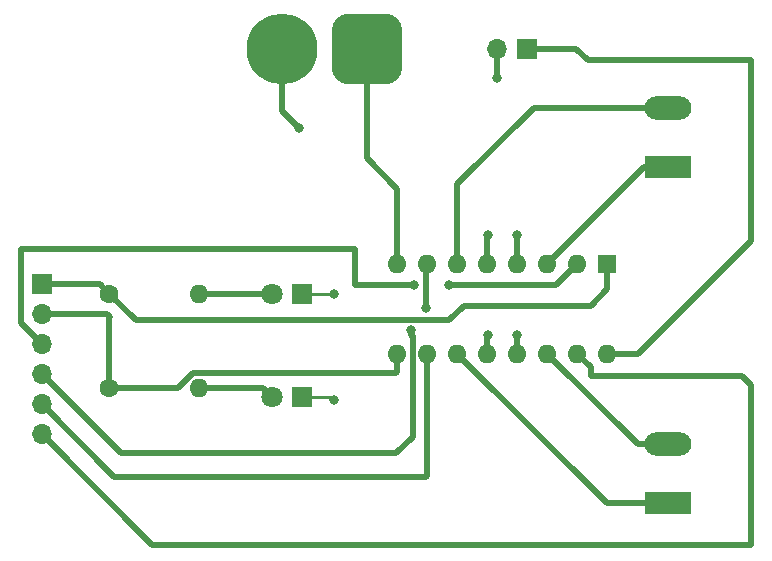
<source format=gbr>
%TF.GenerationSoftware,KiCad,Pcbnew,(6.0.4)*%
%TF.CreationDate,2022-08-23T18:09:03-07:00*%
%TF.ProjectId,RaspiCar_PCB1,52617370-6943-4617-925f-504342312e6b,rev?*%
%TF.SameCoordinates,Original*%
%TF.FileFunction,Copper,L1,Top*%
%TF.FilePolarity,Positive*%
%FSLAX46Y46*%
G04 Gerber Fmt 4.6, Leading zero omitted, Abs format (unit mm)*
G04 Created by KiCad (PCBNEW (6.0.4)) date 2022-08-23 18:09:03*
%MOMM*%
%LPD*%
G01*
G04 APERTURE LIST*
G04 Aperture macros list*
%AMRoundRect*
0 Rectangle with rounded corners*
0 $1 Rounding radius*
0 $2 $3 $4 $5 $6 $7 $8 $9 X,Y pos of 4 corners*
0 Add a 4 corners polygon primitive as box body*
4,1,4,$2,$3,$4,$5,$6,$7,$8,$9,$2,$3,0*
0 Add four circle primitives for the rounded corners*
1,1,$1+$1,$2,$3*
1,1,$1+$1,$4,$5*
1,1,$1+$1,$6,$7*
1,1,$1+$1,$8,$9*
0 Add four rect primitives between the rounded corners*
20,1,$1+$1,$2,$3,$4,$5,0*
20,1,$1+$1,$4,$5,$6,$7,0*
20,1,$1+$1,$6,$7,$8,$9,0*
20,1,$1+$1,$8,$9,$2,$3,0*%
G04 Aperture macros list end*
%TA.AperFunction,ComponentPad*%
%ADD10RoundRect,1.500000X1.500000X1.500000X-1.500000X1.500000X-1.500000X-1.500000X1.500000X-1.500000X0*%
%TD*%
%TA.AperFunction,ComponentPad*%
%ADD11C,6.000000*%
%TD*%
%TA.AperFunction,ComponentPad*%
%ADD12R,1.800000X1.800000*%
%TD*%
%TA.AperFunction,ComponentPad*%
%ADD13C,1.800000*%
%TD*%
%TA.AperFunction,ComponentPad*%
%ADD14C,1.600000*%
%TD*%
%TA.AperFunction,ComponentPad*%
%ADD15O,1.600000X1.600000*%
%TD*%
%TA.AperFunction,ComponentPad*%
%ADD16O,1.700000X1.700000*%
%TD*%
%TA.AperFunction,ComponentPad*%
%ADD17R,1.700000X1.700000*%
%TD*%
%TA.AperFunction,ComponentPad*%
%ADD18R,3.960000X1.980000*%
%TD*%
%TA.AperFunction,ComponentPad*%
%ADD19O,3.960000X1.980000*%
%TD*%
%TA.AperFunction,ComponentPad*%
%ADD20R,1.600000X1.600000*%
%TD*%
%TA.AperFunction,ViaPad*%
%ADD21C,0.800000*%
%TD*%
%TA.AperFunction,Conductor*%
%ADD22C,0.500000*%
%TD*%
%TA.AperFunction,Conductor*%
%ADD23C,0.250000*%
%TD*%
G04 APERTURE END LIST*
D10*
%TO.P,PWR_GND,1,Pin_1*%
%TO.N,+7.5V*%
X175750000Y-78250000D03*
D11*
%TO.P,PWR_GND,2,Pin_2*%
%TO.N,GND*%
X168550000Y-78250000D03*
%TD*%
D12*
%TO.P,LED1,1,K*%
%TO.N,GND*%
X170275000Y-99000000D03*
D13*
%TO.P,LED1,2,A*%
%TO.N,Net-(LED1-Pad2)*%
X167735000Y-99000000D03*
%TD*%
D14*
%TO.P,R1,1*%
%TO.N,Net-(L293D1-Pad1)*%
X153940000Y-99000000D03*
D15*
%TO.P,R1,2*%
%TO.N,Net-(LED1-Pad2)*%
X161560000Y-99000000D03*
%TD*%
D16*
%TO.P,Raspi_Logic,6,Pin_6*%
%TO.N,Net-(L293D1-Pad15)*%
X148250000Y-110910000D03*
%TO.P,Raspi_Logic,5,Pin_5*%
%TO.N,Net-(L293D1-Pad10)*%
X148250000Y-108370000D03*
%TO.P,Raspi_Logic,4,Pin_4*%
%TO.N,Net-(L293D1-Pad7)*%
X148250000Y-105830000D03*
%TO.P,Raspi_Logic,3,Pin_3*%
%TO.N,Net-(L293D1-Pad2)*%
X148250000Y-103290000D03*
%TO.P,Raspi_Logic,2,Pin_2*%
%TO.N,Net-(L293D1-Pad9)*%
X148250000Y-100750000D03*
D17*
%TO.P,Raspi_Logic,1,Pin_1*%
%TO.N,Net-(L293D1-Pad1)*%
X148250000Y-98210000D03*
%TD*%
D18*
%TO.P,Motor_1,1,Pin_1*%
%TO.N,Net-(L293D1-Pad3)*%
X201250000Y-88265000D03*
D19*
%TO.P,Motor_1,2,Pin_2*%
%TO.N,Net-(L293D1-Pad6)*%
X201250000Y-83265000D03*
%TD*%
D14*
%TO.P,R2,1*%
%TO.N,Net-(L293D1-Pad9)*%
X153940000Y-107000000D03*
D15*
%TO.P,R2,2*%
%TO.N,Net-(LED2-Pad2)*%
X161560000Y-107000000D03*
%TD*%
D18*
%TO.P,Motor_2,1,Pin_1*%
%TO.N,Net-(L293D1-Pad11)*%
X201250000Y-116750000D03*
D19*
%TO.P,Motor_2,2,Pin_2*%
%TO.N,Net-(L293D1-Pad14)*%
X201250000Y-111750000D03*
%TD*%
D12*
%TO.P,LED2,1,K*%
%TO.N,GND*%
X170250000Y-107750000D03*
D13*
%TO.P,LED2,2,A*%
%TO.N,Net-(LED2-Pad2)*%
X167710000Y-107750000D03*
%TD*%
D20*
%TO.P,L293D,1,EN1\u002C2*%
%TO.N,Net-(L293D1-Pad1)*%
X196125000Y-96450000D03*
D15*
%TO.P,L293D,2,1A*%
%TO.N,Net-(L293D1-Pad2)*%
X193585000Y-96450000D03*
%TO.P,L293D,3,1Y*%
%TO.N,Net-(L293D1-Pad3)*%
X191045000Y-96450000D03*
%TO.P,L293D,4,GND*%
%TO.N,GND*%
X188505000Y-96450000D03*
%TO.P,L293D,5,GND*%
X185965000Y-96450000D03*
%TO.P,L293D,6,2Y*%
%TO.N,Net-(L293D1-Pad6)*%
X183425000Y-96450000D03*
%TO.P,L293D,7,2A*%
%TO.N,Net-(L293D1-Pad7)*%
X180885000Y-96450000D03*
%TO.P,L293D,8,VCC2*%
%TO.N,+7.5V*%
X178345000Y-96450000D03*
%TO.P,L293D,9,EN3\u002C4*%
%TO.N,Net-(L293D1-Pad9)*%
X178345000Y-104070000D03*
%TO.P,L293D,10,3A*%
%TO.N,Net-(L293D1-Pad10)*%
X180885000Y-104070000D03*
%TO.P,L293D,11,3Y*%
%TO.N,Net-(L293D1-Pad11)*%
X183425000Y-104070000D03*
%TO.P,L293D,12,GND*%
%TO.N,GND*%
X185965000Y-104070000D03*
%TO.P,L293D,13,GND*%
X188505000Y-104070000D03*
%TO.P,L293D,14,4Y*%
%TO.N,Net-(L293D1-Pad14)*%
X191045000Y-104070000D03*
%TO.P,L293D,15,4A*%
%TO.N,Net-(L293D1-Pad15)*%
X193585000Y-104070000D03*
%TO.P,L293D,16,VCC1*%
%TO.N,+5V*%
X196125000Y-104070000D03*
%TD*%
D17*
%TO.P,Raspi_PWR,1,Pin_1*%
%TO.N,+5V*%
X189275000Y-78250000D03*
D16*
%TO.P,Raspi_PWR,2,Pin_2*%
%TO.N,GND*%
X186735000Y-78250000D03*
%TD*%
D21*
%TO.N,GND*%
X173000000Y-99000000D03*
X173000000Y-108000000D03*
X186000000Y-102500000D03*
X170000000Y-85000000D03*
X188500000Y-102500000D03*
X186000000Y-94000000D03*
X186750000Y-80750000D03*
X188500000Y-94000000D03*
%TO.N,Net-(L293D1-Pad2)*%
X182750000Y-98250000D03*
X179750000Y-98250000D03*
%TO.N,Net-(L293D1-Pad7)*%
X180750000Y-100250000D03*
X179500000Y-102099500D03*
%TD*%
D22*
%TO.N,Net-(L293D1-Pad2)*%
X146500000Y-101500000D02*
X146950489Y-101950489D01*
X146500000Y-95250000D02*
X146500000Y-101500000D01*
%TO.N,Net-(L293D1-Pad9)*%
X154000000Y-101000000D02*
X153940000Y-101060000D01*
X153750000Y-100750000D02*
X154000000Y-101000000D01*
X148250000Y-100750000D02*
X153750000Y-100750000D01*
X153940000Y-101060000D02*
X153940000Y-107000000D01*
%TO.N,Net-(L293D1-Pad7)*%
X154920000Y-112500000D02*
X148250000Y-105830000D01*
D23*
%TO.N,GND*%
X170275000Y-99000000D02*
X173000000Y-99000000D01*
X172750000Y-107750000D02*
X173000000Y-108000000D01*
X170250000Y-107750000D02*
X172750000Y-107750000D01*
D22*
X188505000Y-94005000D02*
X188500000Y-94000000D01*
X185965000Y-104070000D02*
X185965000Y-102535000D01*
X186735000Y-80735000D02*
X186750000Y-80750000D01*
X186735000Y-78250000D02*
X186735000Y-80735000D01*
X168550000Y-83550000D02*
X170000000Y-85000000D01*
X185965000Y-102535000D02*
X186000000Y-102500000D01*
X186000000Y-94000000D02*
X185965000Y-94035000D01*
X185965000Y-94035000D02*
X185965000Y-96450000D01*
X188505000Y-96450000D02*
X188505000Y-94005000D01*
X168550000Y-78250000D02*
X168550000Y-83550000D01*
X188505000Y-104070000D02*
X188505000Y-102505000D01*
X188505000Y-102505000D02*
X188500000Y-102500000D01*
%TO.N,+7.5V*%
X178345000Y-90095000D02*
X175750000Y-87500000D01*
X178345000Y-96450000D02*
X178345000Y-90095000D01*
X175750000Y-87500000D02*
X175750000Y-78250000D01*
%TO.N,+5V*%
X193500000Y-78250000D02*
X194500000Y-79250000D01*
X189275000Y-78250000D02*
X193500000Y-78250000D01*
X194500000Y-79250000D02*
X208250000Y-79250000D01*
X208250000Y-79250000D02*
X208250000Y-94500000D01*
X208250000Y-94500000D02*
X198680000Y-104070000D01*
X198680000Y-104070000D02*
X196125000Y-104070000D01*
%TO.N,Net-(LED1-Pad2)*%
X161560000Y-99000000D02*
X167735000Y-99000000D01*
%TO.N,Net-(LED2-Pad2)*%
X166960000Y-107000000D02*
X167710000Y-107750000D01*
X161560000Y-107000000D02*
X166960000Y-107000000D01*
%TO.N,Net-(L293D1-Pad3)*%
X199230000Y-88265000D02*
X191045000Y-96450000D01*
X201250000Y-88265000D02*
X199230000Y-88265000D01*
%TO.N,Net-(L293D1-Pad6)*%
X183425000Y-89752213D02*
X183425000Y-96450000D01*
X189912213Y-83265000D02*
X183425000Y-89752213D01*
X201250000Y-83265000D02*
X189912213Y-83265000D01*
%TO.N,Net-(L293D1-Pad11)*%
X196105000Y-116750000D02*
X201250000Y-116750000D01*
X183425000Y-104070000D02*
X196105000Y-116750000D01*
%TO.N,Net-(L293D1-Pad14)*%
X191045000Y-104070000D02*
X198725000Y-111750000D01*
X198725000Y-111750000D02*
X201250000Y-111750000D01*
%TO.N,Net-(L293D1-Pad2)*%
X182750000Y-98250000D02*
X191785000Y-98250000D01*
X148250000Y-103290000D02*
X146950489Y-101990489D01*
X174750000Y-95250000D02*
X174750000Y-98250000D01*
X174750000Y-98250000D02*
X179750000Y-98250000D01*
X146500000Y-95250000D02*
X174750000Y-95250000D01*
X146950489Y-101990489D02*
X146950489Y-101950489D01*
X191785000Y-98250000D02*
X193585000Y-96450000D01*
%TO.N,Net-(L293D1-Pad7)*%
X179500000Y-102099500D02*
X179500000Y-102479022D01*
X179635489Y-102614511D02*
X179635489Y-111114511D01*
X179500000Y-102479022D02*
X179635489Y-102614511D01*
X178250000Y-112500000D02*
X154920000Y-112500000D01*
X180750000Y-100250000D02*
X180750000Y-96585000D01*
X179635489Y-111114511D02*
X178250000Y-112500000D01*
X180750000Y-96585000D02*
X180885000Y-96450000D01*
%TO.N,Net-(L293D1-Pad10)*%
X148250000Y-108370000D02*
X154380000Y-114500000D01*
X180885000Y-114365000D02*
X180885000Y-104070000D01*
X154380000Y-114500000D02*
X180750000Y-114500000D01*
X180750000Y-114500000D02*
X180885000Y-114365000D01*
%TO.N,Net-(L293D1-Pad15)*%
X208250000Y-106750000D02*
X207500000Y-106000000D01*
X194750000Y-106000000D02*
X194750000Y-105235000D01*
X208250000Y-120250000D02*
X208250000Y-106750000D01*
X148250000Y-110910000D02*
X157590000Y-120250000D01*
X157590000Y-120250000D02*
X208250000Y-120250000D01*
X207500000Y-106000000D02*
X194750000Y-106000000D01*
X194750000Y-105235000D02*
X193585000Y-104070000D01*
%TO.N,Net-(L293D1-Pad1)*%
X184000000Y-100000000D02*
X194750000Y-100000000D01*
X182750000Y-101250000D02*
X184000000Y-100000000D01*
X153940000Y-99000000D02*
X156190000Y-101250000D01*
X153150000Y-98210000D02*
X153940000Y-99000000D01*
X196125000Y-98625000D02*
X196125000Y-96450000D01*
X148250000Y-98210000D02*
X153150000Y-98210000D01*
X156190000Y-101250000D02*
X182750000Y-101250000D01*
X194750000Y-100000000D02*
X196125000Y-98625000D01*
%TO.N,Net-(L293D1-Pad9)*%
X178250000Y-105750000D02*
X178345000Y-105655000D01*
X161000000Y-105750000D02*
X178250000Y-105750000D01*
X178345000Y-105655000D02*
X178345000Y-104070000D01*
X159750000Y-107000000D02*
X161000000Y-105750000D01*
X153940000Y-107000000D02*
X159750000Y-107000000D01*
%TD*%
M02*

</source>
